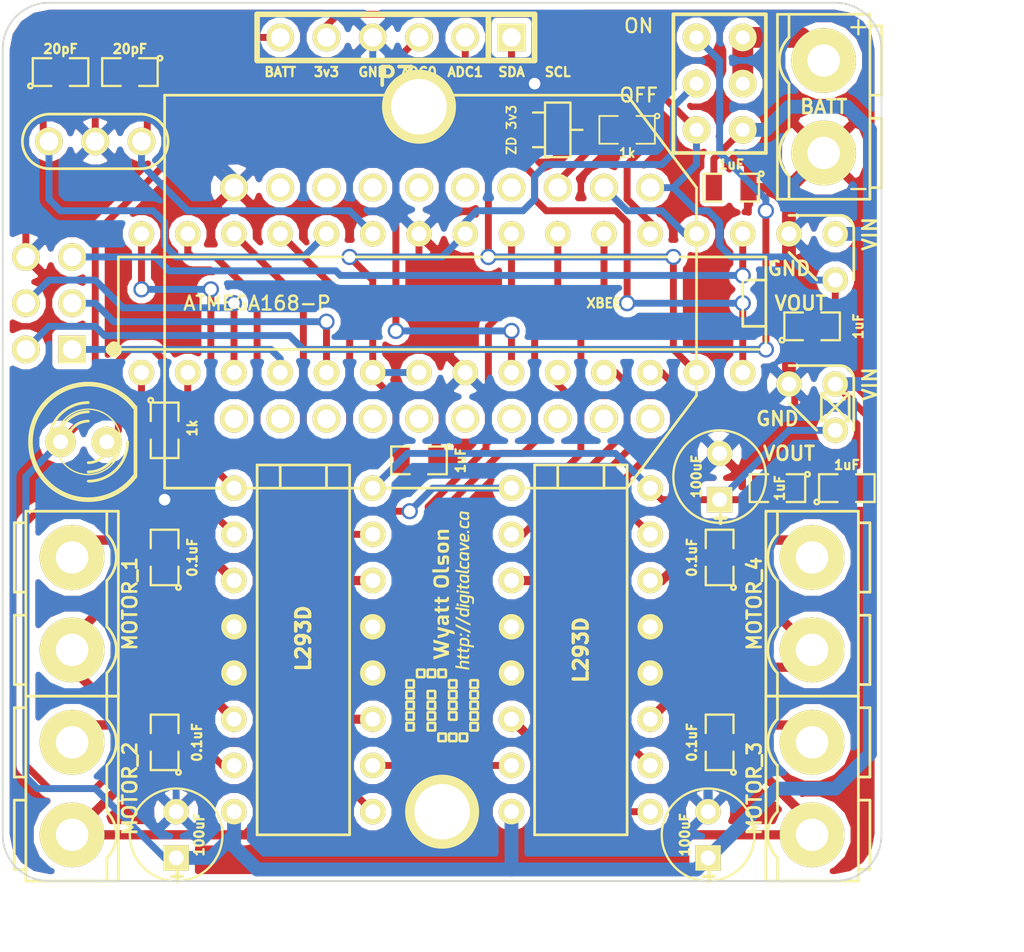
<source format=kicad_pcb>
(kicad_pcb (version 3) (host pcbnew "(2013-dec-23)-stable")
  (layers (15 F.Cu signal) (0 B.Cu signal) (18 B.Paste user) (19 F.Paste user) (20 B.SilkS user) (21 F.SilkS user) (22 B.Mask user) (23 F.Mask user) (28 Edge.Cuts user))
  (net 0 "")
  (net 1 +3.3V)
  (net 2 +5V)
  (net 3 +BATT)
  (net 4 /ADC0)
  (net 5 /AVR_VCC)
  (net 6 /BATTERY)
  (net 7 /MISO)
  (net 8 /MOSI)
  (net 9 /MOTOR1_1A)
  (net 10 /MOTOR1_1Y)
  (net 11 /MOTOR1_2A)
  (net 12 /MOTOR1_2Y)
  (net 13 /MOTOR1_ENABLE)
  (net 14 /MOTOR2_3A)
  (net 15 /MOTOR2_3Y)
  (net 16 /MOTOR2_4A)
  (net 17 /MOTOR2_4Y)
  (net 18 /MOTOR2_ENABLE)
  (net 19 /MOTOR3_1A)
  (net 20 /MOTOR3_1Y)
  (net 21 /MOTOR3_2A)
  (net 22 /MOTOR3_2Y)
  (net 23 /MOTOR3_ENABLE)
  (net 24 /MOTOR4_3A)
  (net 25 /MOTOR4_3Y)
  (net 26 /MOTOR4_4A)
  (net 27 /MOTOR4_4Y)
  (net 28 /MOTOR4_ENABLE)
  (net 29 /PROG_VCC)
  (net 30 /RESET)
  (net 31 /RX)
  (net 32 /SCK)
  (net 33 /SCL)
  (net 34 /SDA)
  (net 35 /TX)
  (net 36 /XTAL1)
  (net 37 /XTAL2)
  (net 38 GND)
  (net 39 N-0000018)
  (net 40 N-0000031)
  (module TO92_SMALL (layer F.Cu) (at 76.2 57.785 270)
    (fp_text reference VR1 hide)
    (fp_text value MCP1702 hide)
    (fp_text user VOUT (at 2.54 1.27 360) (layer F.SilkS) (effects (font (size 0.762 0.762))))
    (fp_text user VIN (at -1.27 -3.175 270) (layer F.SilkS) (effects (font (size 0.762 0.762))))
    (fp_text user GND (at 0.635 1.905 360) (layer F.SilkS) (effects (font (size 0.762 0.762))))
    (pad 1 thru_hole circle (at -1.27 1.27 270) (size 1.397 1.397) (drill 0.8128) (layers *.Cu *.Mask F.SilkS) (net 38 GND))
    (pad 2 thru_hole circle (at -1.27 -1.27 270) (size 1.397 1.397) (drill 0.8128) (layers *.Cu *.Mask F.SilkS) (net 3 +BATT))
    (pad 3 thru_hole circle (at 1.27 -1.27 270) (size 1.397 1.397) (drill 0.8128) (layers *.Cu *.Mask F.SilkS) (net 2 +5V))
  )
  (module 1pin (layer F.Cu) (at 55.88 80.01)
    (fp_text reference 1PIN hide)
    (fp_text value P*** hide)
    (pad 1 thru_hole circle (at 0 0) (size 4.064 4.064) (drill 3.048) (layers *.Cu *.Mask F.SilkS) (net 38 GND))
  )
  (module 1pin (layer F.Cu) (at 54.61 41.275)
    (fp_text reference 1PIN hide)
    (fp_text value P*** hide)
    (pad 1 thru_hole circle (at 0 0) (size 4.064 4.064) (drill 3.048) (layers *.Cu *.Mask F.SilkS) (net 38 GND))
  )
  (module DIP-16__300 (layer F.Cu) (at 63.5 71.12 270)
    (fp_text reference U2 hide)
    (fp_text value L293D (at 0 0 270) (layer F.SilkS) (effects (font (size 0.762 0.762) (thickness 0.1905))))
    (pad 1 thru_hole circle (at -8.89 3.81 270) (size 1.397 1.397) (drill 0.8128) (layers *.Cu *.Mask F.SilkS) (net 23 /MOTOR3_ENABLE))
    (pad 2 thru_hole circle (at -6.35 3.81 270) (size 1.397 1.397) (drill 0.8128) (layers *.Cu *.Mask F.SilkS) (net 19 /MOTOR3_1A))
    (pad 3 thru_hole circle (at -3.81 3.81 270) (size 1.397 1.397) (drill 0.8128) (layers *.Cu *.Mask F.SilkS) (net 20 /MOTOR3_1Y))
    (pad 4 thru_hole circle (at -1.27 3.81 270) (size 1.397 1.397) (drill 0.8128) (layers *.Cu *.Mask F.SilkS) (net 38 GND))
    (pad 5 thru_hole circle (at 1.27 3.81 270) (size 1.397 1.397) (drill 0.8128) (layers *.Cu *.Mask F.SilkS) (net 38 GND))
    (pad 6 thru_hole circle (at 3.81 3.81 270) (size 1.397 1.397) (drill 0.8128) (layers *.Cu *.Mask F.SilkS) (net 22 /MOTOR3_2Y))
    (pad 7 thru_hole circle (at 6.35 3.81 270) (size 1.397 1.397) (drill 0.8128) (layers *.Cu *.Mask F.SilkS) (net 21 /MOTOR3_2A))
    (pad 8 thru_hole circle (at 8.89 3.81 270) (size 1.397 1.397) (drill 0.8128) (layers *.Cu *.Mask F.SilkS) (net 3 +BATT))
    (pad 9 thru_hole circle (at 8.89 -3.81 270) (size 1.397 1.397) (drill 0.8128) (layers *.Cu *.Mask F.SilkS) (net 28 /MOTOR4_ENABLE))
    (pad 10 thru_hole circle (at 6.35 -3.81 270) (size 1.397 1.397) (drill 0.8128) (layers *.Cu *.Mask F.SilkS) (net 24 /MOTOR4_3A))
    (pad 11 thru_hole circle (at 3.81 -3.81 270) (size 1.397 1.397) (drill 0.8128) (layers *.Cu *.Mask F.SilkS) (net 25 /MOTOR4_3Y))
    (pad 12 thru_hole circle (at 1.27 -3.81 270) (size 1.397 1.397) (drill 0.8128) (layers *.Cu *.Mask F.SilkS) (net 38 GND))
    (pad 13 thru_hole circle (at -1.27 -3.81 270) (size 1.397 1.397) (drill 0.8128) (layers *.Cu *.Mask F.SilkS) (net 38 GND))
    (pad 14 thru_hole circle (at -3.81 -3.81 270) (size 1.397 1.397) (drill 0.8128) (layers *.Cu *.Mask F.SilkS) (net 27 /MOTOR4_4Y))
    (pad 15 thru_hole circle (at -6.35 -3.81 270) (size 1.397 1.397) (drill 0.8128) (layers *.Cu *.Mask F.SilkS) (net 26 /MOTOR4_4A))
    (pad 16 thru_hole circle (at -8.89 -3.81 270) (size 1.397 1.397) (drill 0.8128) (layers *.Cu *.Mask F.SilkS) (net 2 +5V))
  )
  (module DIP-16__300 (layer F.Cu) (at 48.26 71.12 270)
    (fp_text reference U1 hide)
    (fp_text value L293D (at -0.635 0 270) (layer F.SilkS) (effects (font (size 0.762 0.762) (thickness 0.1905))))
    (pad 1 thru_hole circle (at -8.89 3.81 270) (size 1.397 1.397) (drill 0.8128) (layers *.Cu *.Mask F.SilkS) (net 13 /MOTOR1_ENABLE))
    (pad 2 thru_hole circle (at -6.35 3.81 270) (size 1.397 1.397) (drill 0.8128) (layers *.Cu *.Mask F.SilkS) (net 9 /MOTOR1_1A))
    (pad 3 thru_hole circle (at -3.81 3.81 270) (size 1.397 1.397) (drill 0.8128) (layers *.Cu *.Mask F.SilkS) (net 10 /MOTOR1_1Y))
    (pad 4 thru_hole circle (at -1.27 3.81 270) (size 1.397 1.397) (drill 0.8128) (layers *.Cu *.Mask F.SilkS) (net 38 GND))
    (pad 5 thru_hole circle (at 1.27 3.81 270) (size 1.397 1.397) (drill 0.8128) (layers *.Cu *.Mask F.SilkS) (net 38 GND))
    (pad 6 thru_hole circle (at 3.81 3.81 270) (size 1.397 1.397) (drill 0.8128) (layers *.Cu *.Mask F.SilkS) (net 12 /MOTOR1_2Y))
    (pad 7 thru_hole circle (at 6.35 3.81 270) (size 1.397 1.397) (drill 0.8128) (layers *.Cu *.Mask F.SilkS) (net 11 /MOTOR1_2A))
    (pad 8 thru_hole circle (at 8.89 3.81 270) (size 1.397 1.397) (drill 0.8128) (layers *.Cu *.Mask F.SilkS) (net 3 +BATT))
    (pad 9 thru_hole circle (at 8.89 -3.81 270) (size 1.397 1.397) (drill 0.8128) (layers *.Cu *.Mask F.SilkS) (net 18 /MOTOR2_ENABLE))
    (pad 10 thru_hole circle (at 6.35 -3.81 270) (size 1.397 1.397) (drill 0.8128) (layers *.Cu *.Mask F.SilkS) (net 14 /MOTOR2_3A))
    (pad 11 thru_hole circle (at 3.81 -3.81 270) (size 1.397 1.397) (drill 0.8128) (layers *.Cu *.Mask F.SilkS) (net 15 /MOTOR2_3Y))
    (pad 12 thru_hole circle (at 1.27 -3.81 270) (size 1.397 1.397) (drill 0.8128) (layers *.Cu *.Mask F.SilkS) (net 38 GND))
    (pad 13 thru_hole circle (at -1.27 -3.81 270) (size 1.397 1.397) (drill 0.8128) (layers *.Cu *.Mask F.SilkS) (net 38 GND))
    (pad 14 thru_hole circle (at -3.81 -3.81 270) (size 1.397 1.397) (drill 0.8128) (layers *.Cu *.Mask F.SilkS) (net 17 /MOTOR2_4Y))
    (pad 15 thru_hole circle (at -6.35 -3.81 270) (size 1.397 1.397) (drill 0.8128) (layers *.Cu *.Mask F.SilkS) (net 16 /MOTOR2_4A))
    (pad 16 thru_hole circle (at -8.89 -3.81 270) (size 1.397 1.397) (drill 0.8128) (layers *.Cu *.Mask F.SilkS) (net 2 +5V))
  )
  (module DIP-28__300 (layer F.Cu) (at 55.88 52.07 180)
    (fp_text reference IC1 hide)
    (fp_text value ATMEGA168-P (at 10.16 0 180) (layer F.SilkS) (effects (font (size 0.762 0.762) (thickness 0.127))))
    (pad 2 thru_hole circle (at -13.97 3.81 180) (size 1.397 1.397) (drill 0.8128) (layers *.Cu *.Mask F.SilkS) (net 31 /RX))
    (pad 3 thru_hole circle (at -11.43 3.81 180) (size 1.397 1.397) (drill 0.8128) (layers *.Cu *.Mask F.SilkS) (net 35 /TX))
    (pad 4 thru_hole circle (at -8.89 3.81 180) (size 1.397 1.397) (drill 0.8128) (layers *.Cu *.Mask F.SilkS) (net 19 /MOTOR3_1A))
    (pad 5 thru_hole circle (at -6.35 3.81 180) (size 1.397 1.397) (drill 0.8128) (layers *.Cu *.Mask F.SilkS) (net 21 /MOTOR3_2A))
    (pad 6 thru_hole circle (at -3.81 3.81 180) (size 1.397 1.397) (drill 0.8128) (layers *.Cu *.Mask F.SilkS) (net 14 /MOTOR2_3A))
    (pad 7 thru_hole circle (at -1.27 3.81 180) (size 1.397 1.397) (drill 0.8128) (layers *.Cu *.Mask F.SilkS) (net 5 /AVR_VCC))
    (pad 8 thru_hole circle (at 1.27 3.81 180) (size 1.397 1.397) (drill 0.8128) (layers *.Cu *.Mask F.SilkS) (net 38 GND))
    (pad 9 thru_hole circle (at 3.81 3.81 180) (size 1.397 1.397) (drill 0.8128) (layers *.Cu *.Mask F.SilkS) (net 36 /XTAL1))
    (pad 10 thru_hole circle (at 6.35 3.81 180) (size 1.397 1.397) (drill 0.8128) (layers *.Cu *.Mask F.SilkS) (net 37 /XTAL2))
    (pad 11 thru_hole circle (at 8.89 3.81 180) (size 1.397 1.397) (drill 0.8128) (layers *.Cu *.Mask F.SilkS) (net 23 /MOTOR3_ENABLE))
    (pad 12 thru_hole circle (at 11.43 3.81 180) (size 1.397 1.397) (drill 0.8128) (layers *.Cu *.Mask F.SilkS) (net 16 /MOTOR2_4A))
    (pad 13 thru_hole circle (at 13.97 3.81 180) (size 1.397 1.397) (drill 0.8128) (layers *.Cu *.Mask F.SilkS) (net 18 /MOTOR2_ENABLE))
    (pad 14 thru_hole circle (at 16.51 3.81 180) (size 1.397 1.397) (drill 0.8128) (layers *.Cu *.Mask F.SilkS) (net 13 /MOTOR1_ENABLE))
    (pad 1 thru_hole circle (at -16.51 3.81 180) (size 1.397 1.397) (drill 0.8128) (layers *.Cu *.Mask F.SilkS) (net 30 /RESET))
    (pad 15 thru_hole circle (at 16.51 -3.81 180) (size 1.397 1.397) (drill 0.8128) (layers *.Cu *.Mask F.SilkS) (net 11 /MOTOR1_2A))
    (pad 16 thru_hole circle (at 13.97 -3.81 180) (size 1.397 1.397) (drill 0.8128) (layers *.Cu *.Mask F.SilkS) (net 9 /MOTOR1_1A))
    (pad 17 thru_hole circle (at 11.43 -3.81 180) (size 1.397 1.397) (drill 0.8128) (layers *.Cu *.Mask F.SilkS) (net 8 /MOSI))
    (pad 18 thru_hole circle (at 8.89 -3.81 180) (size 1.397 1.397) (drill 0.8128) (layers *.Cu *.Mask F.SilkS) (net 7 /MISO))
    (pad 19 thru_hole circle (at 6.35 -3.81 180) (size 1.397 1.397) (drill 0.8128) (layers *.Cu *.Mask F.SilkS) (net 32 /SCK))
    (pad 20 thru_hole circle (at 3.81 -3.81 180) (size 1.397 1.397) (drill 0.8128) (layers *.Cu *.Mask F.SilkS) (net 5 /AVR_VCC))
    (pad 21 thru_hole circle (at 1.27 -3.81 180) (size 1.397 1.397) (drill 0.8128) (layers *.Cu *.Mask F.SilkS) (net 5 /AVR_VCC))
    (pad 22 thru_hole circle (at -1.27 -3.81 180) (size 1.397 1.397) (drill 0.8128) (layers *.Cu *.Mask F.SilkS) (net 38 GND))
    (pad 23 thru_hole circle (at -3.81 -3.81 180) (size 1.397 1.397) (drill 0.8128) (layers *.Cu *.Mask F.SilkS) (net 4 /ADC0))
    (pad 24 thru_hole circle (at -6.35 -3.81 180) (size 1.397 1.397) (drill 0.8128) (layers *.Cu *.Mask F.SilkS) (net 28 /MOTOR4_ENABLE))
    (pad 25 thru_hole circle (at -8.89 -3.81 180) (size 1.397 1.397) (drill 0.8128) (layers *.Cu *.Mask F.SilkS) (net 24 /MOTOR4_3A))
    (pad 26 thru_hole circle (at -11.43 -3.81 180) (size 1.397 1.397) (drill 0.8128) (layers *.Cu *.Mask F.SilkS) (net 26 /MOTOR4_4A))
    (pad 27 thru_hole circle (at -13.97 -3.81 180) (size 1.397 1.397) (drill 0.8128) (layers *.Cu *.Mask F.SilkS) (net 34 /SDA))
    (pad 28 thru_hole circle (at -16.51 -3.81 180) (size 1.397 1.397) (drill 0.8128) (layers *.Cu *.Mask F.SilkS) (net 33 /SCL))
  )
  (module SM0805 (layer F.Cu) (at 71.755 45.72 180)
    (fp_text reference C1 hide)
    (fp_text value 1uF (at 0 1.27 180) (layer F.SilkS) (effects (font (size 0.508 0.508) (thickness 0.127))))
    (pad 1 smd rect (at -0.9525 0 180) (size 0.889 1.397) (layers F.Cu F.Paste F.Mask) (net 38 GND))
    (pad 2 smd rect (at 0.9525 0 180) (size 0.889 1.397) (layers F.Cu F.Paste F.Mask) (net 3 +BATT))
  )
  (module SM0805 (layer F.Cu) (at 74.295 62.23 180)
    (fp_text reference C2 hide)
    (fp_text value 1uF (at -0.127 0 270) (layer F.SilkS) (effects (font (size 0.508 0.508) (thickness 0.127))))
    (pad 1 smd rect (at -0.9525 0 180) (size 0.889 1.397) (layers F.Cu F.Paste F.Mask) (net 38 GND))
    (pad 2 smd rect (at 0.9525 0 180) (size 0.889 1.397) (layers F.Cu F.Paste F.Mask) (net 2 +5V))
  )
  (module SM0805 (layer F.Cu) (at 76.2 53.34)
    (fp_text reference C4 hide)
    (fp_text value 1uF (at 2.54 0 90) (layer F.SilkS) (effects (font (size 0.508 0.508) (thickness 0.127))))
    (pad 1 smd rect (at -0.9525 0) (size 0.889 1.397) (layers F.Cu F.Paste F.Mask) (net 38 GND))
    (pad 2 smd rect (at 0.9525 0) (size 0.889 1.397) (layers F.Cu F.Paste F.Mask) (net 1 +3.3V))
  )
  (module SM0805 (layer F.Cu) (at 78.105 62.23)
    (fp_text reference C3 hide)
    (fp_text value 1uF (at 0 -1.27) (layer F.SilkS) (effects (font (size 0.508 0.508) (thickness 0.127))))
    (pad 1 smd rect (at -0.9525 0) (size 0.889 1.397) (layers F.Cu F.Paste F.Mask) (net 38 GND))
    (pad 2 smd rect (at 0.9525 0) (size 0.889 1.397) (layers F.Cu F.Paste F.Mask) (net 3 +BATT))
  )
  (module SCREW_TERMINAL_2 (layer F.Cu) (at 76.835 41.275 90)
    (fp_text reference P1 hide)
    (fp_text value BATT (at 0 0 180) (layer F.SilkS) (effects (font (size 0.762 0.762))))
    (pad 1 thru_hole circle (at -2.54 0 90) (size 3.556 3.556) (drill 1.778) (layers *.Cu *.Mask F.SilkS) (net 38 GND))
    (pad 2 thru_hole circle (at 2.54 0 90) (size 3.556 3.556) (drill 1.778) (layers *.Cu *.Mask F.SilkS) (net 6 /BATTERY))
  )
  (module SCREW_TERMINAL_2 (layer F.Cu) (at 35.56 68.58 270)
    (fp_text reference P3 hide)
    (fp_text value MOTOR_1 (at 0 -3.175 270) (layer F.SilkS) (effects (font (size 0.762 0.762))))
    (pad 1 thru_hole circle (at -2.54 0 270) (size 3.556 3.556) (drill 1.778) (layers *.Cu *.Mask F.SilkS) (net 10 /MOTOR1_1Y))
    (pad 2 thru_hole circle (at 2.54 0 270) (size 3.556 3.556) (drill 1.778) (layers *.Cu *.Mask F.SilkS) (net 12 /MOTOR1_2Y))
  )
  (module SCREW_TERMINAL_2 (layer F.Cu) (at 35.56 78.74 270)
    (fp_text reference P4 hide)
    (fp_text value MOTOR_2 (at 0 -3.175 270) (layer F.SilkS) (effects (font (size 0.762 0.762))))
    (pad 1 thru_hole circle (at -2.54 0 270) (size 3.556 3.556) (drill 1.778) (layers *.Cu *.Mask F.SilkS) (net 17 /MOTOR2_4Y))
    (pad 2 thru_hole circle (at 2.54 0 270) (size 3.556 3.556) (drill 1.778) (layers *.Cu *.Mask F.SilkS) (net 15 /MOTOR2_3Y))
  )
  (module SCREW_TERMINAL_2 (layer F.Cu) (at 76.2 78.74 90)
    (fp_text reference P5 hide)
    (fp_text value MOTOR_3 (at 0 -3.175 90) (layer F.SilkS) (effects (font (size 0.762 0.762))))
    (pad 1 thru_hole circle (at -2.54 0 90) (size 3.556 3.556) (drill 1.778) (layers *.Cu *.Mask F.SilkS) (net 22 /MOTOR3_2Y))
    (pad 2 thru_hole circle (at 2.54 0 90) (size 3.556 3.556) (drill 1.778) (layers *.Cu *.Mask F.SilkS) (net 20 /MOTOR3_1Y))
  )
  (module SCREW_TERMINAL_2 (layer F.Cu) (at 76.2 68.58 90)
    (fp_text reference P6 hide)
    (fp_text value MOTOR_4 (at 0 -3.175 90) (layer F.SilkS) (effects (font (size 0.762 0.762))))
    (pad 1 thru_hole circle (at -2.54 0 90) (size 3.556 3.556) (drill 1.778) (layers *.Cu *.Mask F.SilkS) (net 25 /MOTOR4_3Y))
    (pad 2 thru_hole circle (at 2.54 0 90) (size 3.556 3.556) (drill 1.778) (layers *.Cu *.Mask F.SilkS) (net 27 /MOTOR4_4Y))
  )
  (module DPDT (layer F.Cu) (at 71.12 40.005 270)
    (fp_text reference S1 hide)
    (fp_text value DPDT hide)
    (pad 4 thru_hole circle (at -2.54 1.27 270) (size 1.524 1.524) (drill 0.762) (layers *.Cu *.Mask F.SilkS) (net 29 /PROG_VCC))
    (pad 1 thru_hole circle (at -2.54 -1.27 270) (size 1.524 1.524) (drill 0.762) (layers *.Cu *.Mask F.SilkS) (net 6 /BATTERY))
    (pad 5 thru_hole circle (at 0 1.27 270) (size 1.524 1.524) (drill 0.762) (layers *.Cu *.Mask F.SilkS) (net 5 /AVR_VCC))
    (pad 2 thru_hole circle (at 0 -1.27 270) (size 1.524 1.524) (drill 0.762) (layers *.Cu *.Mask F.SilkS) (net 6 /BATTERY))
    (pad 6 thru_hole circle (at 2.54 1.27 270) (size 1.524 1.524) (drill 0.762) (layers *.Cu *.Mask F.SilkS) (net 1 +3.3V))
    (pad 3 thru_hole circle (at 2.54 -1.27 270) (size 1.524 1.524) (drill 0.762) (layers *.Cu *.Mask F.SilkS) (net 3 +BATT))
  )
  (module ISP (layer F.Cu) (at 34.29 52.07 90)
    (fp_text reference P2 hide)
    (fp_text value ISP hide)
    (fp_text user . (at -2.54 2.54 90) (layer F.SilkS) (effects (font (size 2.54 2.54) (thickness 0.635))))
    (pad 1 thru_hole rect (at -2.54 1.27 90) (size 1.524 1.524) (drill 1.016) (layers *.Cu *.Mask F.SilkS) (net 7 /MISO))
    (pad 2 thru_hole circle (at -2.54 -1.27 90) (size 1.524 1.524) (drill 1.016) (layers *.Cu *.Mask F.SilkS) (net 29 /PROG_VCC))
    (pad 3 thru_hole circle (at 0 1.27 90) (size 1.524 1.524) (drill 1.016) (layers *.Cu *.Mask F.SilkS) (net 32 /SCK))
    (pad 4 thru_hole circle (at 0 -1.27 90) (size 1.524 1.524) (drill 1.016) (layers *.Cu *.Mask F.SilkS) (net 8 /MOSI))
    (pad 5 thru_hole circle (at 2.54 1.27 90) (size 1.524 1.524) (drill 1.016) (layers *.Cu *.Mask F.SilkS) (net 30 /RESET))
    (pad 6 thru_hole circle (at 2.54 -1.27 90) (size 1.524 1.524) (drill 1.016) (layers *.Cu *.Mask F.SilkS) (net 38 GND))
  )
  (module CRYSTAL_RESONATOR (layer F.Cu) (at 36.83 43.18 180)
    (fp_text reference X1 hide)
    (fp_text value CRYSTAL_RESONATOR hide)
    (pad 1 thru_hole circle (at -2.54 0 180) (size 1.524 1.524) (drill 1.016) (layers *.Cu *.Mask F.SilkS) (net 36 /XTAL1))
    (pad 2 thru_hole circle (at 2.54 0 180) (size 1.524 1.524) (drill 1.016) (layers *.Cu *.Mask F.SilkS) (net 37 /XTAL2))
    (pad 3 thru_hole circle (at 0 0 180) (size 1.524 1.524) (drill 1.016) (layers *.Cu *.Mask F.SilkS) (net 38 GND))
  )
  (module SM0805 (layer F.Cu) (at 34.925 39.37)
    (fp_text reference C6 hide)
    (fp_text value 20pF (at 0 -1.27) (layer F.SilkS) (effects (font (size 0.508 0.508) (thickness 0.127))))
    (pad 1 smd rect (at -0.9525 0) (size 0.889 1.397) (layers F.Cu F.Paste F.Mask) (net 37 /XTAL2))
    (pad 2 smd rect (at 0.9525 0) (size 0.889 1.397) (layers F.Cu F.Paste F.Mask) (net 38 GND))
  )
  (module SM0805 (layer F.Cu) (at 38.735 39.37 180)
    (fp_text reference C5 hide)
    (fp_text value 20pF (at 0 1.27 180) (layer F.SilkS) (effects (font (size 0.508 0.508) (thickness 0.127))))
    (pad 1 smd rect (at -0.9525 0 180) (size 0.889 1.397) (layers F.Cu F.Paste F.Mask) (net 36 /XTAL1))
    (pad 2 smd rect (at 0.9525 0 180) (size 0.889 1.397) (layers F.Cu F.Paste F.Mask) (net 38 GND))
  )
  (module DIGITALCAVE_LOGO_WIDE_SMALL (layer F.Cu) (at 55.88 69.85 90)
    (fp_text reference VAL hide)
    (fp_text value DIGITALCAVE_LOGO_WIDE_SMALL hide)
  )
  (module XBEE_SPARKFUN_BREAKOUT (layer F.Cu) (at 55.88 52.07 270)
    (fp_text reference X2 hide)
    (fp_text value XBEE (at 0 -8.89 360) (layer F.SilkS) (effects (font (size 0.508 0.508) (thickness 0.127))))
    (pad 1 thru_hole circle (at -6.35 -11.43 270) (size 1.524 1.524) (drill 1.016) (layers *.Cu *.Mask F.SilkS) (net 1 +3.3V))
    (pad 2 thru_hole circle (at -6.35 -8.89 270) (size 1.524 1.524) (drill 1.016) (layers *.Cu *.Mask F.SilkS) (net 31 /RX))
    (pad 3 thru_hole circle (at -6.35 -6.35 270) (size 1.524 1.524) (drill 1.016) (layers *.Cu *.Mask F.SilkS) (net 39 N-0000018))
    (pad 4 thru_hole circle (at -6.35 -3.81 270) (size 1.524 1.524) (drill 1.016) (layers *.Cu *.Mask F.SilkS))
    (pad 5 thru_hole circle (at -6.35 -1.27 270) (size 1.524 1.524) (drill 1.016) (layers *.Cu *.Mask F.SilkS))
    (pad 6 thru_hole circle (at -6.35 1.27 270) (size 1.524 1.524) (drill 1.016) (layers *.Cu *.Mask F.SilkS))
    (pad 7 thru_hole circle (at -6.35 3.81 270) (size 1.524 1.524) (drill 1.016) (layers *.Cu *.Mask F.SilkS))
    (pad 8 thru_hole circle (at -6.35 6.35 270) (size 1.524 1.524) (drill 1.016) (layers *.Cu *.Mask F.SilkS))
    (pad 9 thru_hole circle (at -6.35 8.89 270) (size 1.524 1.524) (drill 1.016) (layers *.Cu *.Mask F.SilkS))
    (pad 10 thru_hole circle (at -6.35 11.43 270) (size 1.524 1.524) (drill 1.016) (layers *.Cu *.Mask F.SilkS) (net 38 GND))
    (pad 11 thru_hole circle (at 6.35 11.43 270) (size 1.524 1.524) (drill 1.016) (layers *.Cu *.Mask F.SilkS))
    (pad 12 thru_hole circle (at 6.35 8.89 270) (size 1.524 1.524) (drill 1.016) (layers *.Cu *.Mask F.SilkS))
    (pad 13 thru_hole circle (at 6.35 6.35 270) (size 1.524 1.524) (drill 1.016) (layers *.Cu *.Mask F.SilkS))
    (pad 14 thru_hole circle (at 6.35 3.81 270) (size 1.524 1.524) (drill 1.016) (layers *.Cu *.Mask F.SilkS))
    (pad 15 thru_hole circle (at 6.35 1.27 270) (size 1.524 1.524) (drill 1.016) (layers *.Cu *.Mask F.SilkS))
    (pad 16 thru_hole circle (at 6.35 -1.27 270) (size 1.524 1.524) (drill 1.016) (layers *.Cu *.Mask F.SilkS))
    (pad 17 thru_hole circle (at 6.35 -3.81 270) (size 1.524 1.524) (drill 1.016) (layers *.Cu *.Mask F.SilkS))
    (pad 18 thru_hole circle (at 6.35 -6.35 270) (size 1.524 1.524) (drill 1.016) (layers *.Cu *.Mask F.SilkS))
    (pad 19 thru_hole circle (at 6.35 -8.89 270) (size 1.524 1.524) (drill 1.016) (layers *.Cu *.Mask F.SilkS))
    (pad 20 thru_hole circle (at 6.35 -11.43 270) (size 1.524 1.524) (drill 1.016) (layers *.Cu *.Mask F.SilkS))
  )
  (module sot23 (layer F.Cu) (at 62.23 42.545 270)
    (fp_text reference D1 hide)
    (fp_text value "ZD 3v3" (at 0 2.54 270) (layer F.SilkS) (effects (font (size 0.508 0.508) (thickness 0.09906))))
    (pad 1 smd rect (at -0.9525 1.05664 270) (size 0.59944 1.00076) (layers F.Cu F.Paste F.Mask) (net 38 GND))
    (pad 2 smd rect (at 0 -1.05664 270) (size 0.59944 1.00076) (layers F.Cu F.Paste F.Mask) (net 39 N-0000018))
    (pad 3 smd rect (at 0.9525 1.05664 270) (size 0.59944 1.00076) (layers F.Cu F.Paste F.Mask))
  )
  (module SM0805 (layer F.Cu) (at 66.04 42.545 180)
    (fp_text reference R1 hide)
    (fp_text value 1k (at 0 -1.27 180) (layer F.SilkS) (effects (font (size 0.508 0.508) (thickness 0.10922))))
    (pad 1 smd rect (at -0.9525 0 180) (size 0.889 1.397) (layers F.Cu F.Paste F.Mask) (net 35 /TX))
    (pad 2 smd rect (at 0.9525 0 180) (size 0.889 1.397) (layers F.Cu F.Paste F.Mask) (net 39 N-0000018))
  )
  (module TO92_SMALL (layer F.Cu) (at 76.2 49.53 270)
    (fp_text reference VR2 hide)
    (fp_text value MCP1702 hide)
    (fp_text user VOUT (at 2.54 0.635 360) (layer F.SilkS) (effects (font (size 0.762 0.762))))
    (fp_text user VIN (at -1.27 -3.175 270) (layer F.SilkS) (effects (font (size 0.762 0.762))))
    (fp_text user GND (at 0.635 1.27 360) (layer F.SilkS) (effects (font (size 0.762 0.762))))
    (pad 1 thru_hole circle (at -1.27 1.27 270) (size 1.397 1.397) (drill 0.8128) (layers *.Cu *.Mask F.SilkS) (net 38 GND))
    (pad 2 thru_hole circle (at -1.27 -1.27 270) (size 1.397 1.397) (drill 0.8128) (layers *.Cu *.Mask F.SilkS) (net 3 +BATT))
    (pad 3 thru_hole circle (at 1.27 -1.27 270) (size 1.397 1.397) (drill 0.8128) (layers *.Cu *.Mask F.SilkS) (net 1 +3.3V))
  )
  (module SM0805 (layer F.Cu) (at 40.64 59.055 270)
    (fp_text reference R2 hide)
    (fp_text value 1k (at -0.127 -1.524 270) (layer F.SilkS) (effects (font (size 0.508 0.508) (thickness 0.127))))
    (pad 1 smd rect (at -0.9525 0 270) (size 0.889 1.397) (layers F.Cu F.Paste F.Mask) (net 40 N-0000031))
    (pad 2 smd rect (at 0.9525 0 270) (size 0.889 1.397) (layers F.Cu F.Paste F.Mask) (net 38 GND))
  )
  (module LED-5MM (layer F.Cu) (at 36.195 59.69)
    (fp_text reference D2 hide)
    (fp_text value LED hide)
    (pad 1 thru_hole circle (at -1.27 0) (size 1.6764 1.6764) (drill 0.8128) (layers *.Cu F.Paste F.SilkS F.Mask) (net 3 +BATT))
    (pad 2 thru_hole circle (at 1.27 0) (size 1.6764 1.6764) (drill 0.8128) (layers *.Cu F.Paste F.SilkS F.Mask) (net 40 N-0000031))
  )
  (module PIN_ARRAY-6X1 (layer F.Cu) (at 53.34 37.465 180)
    (fp_text reference P7 (at 0 -2.159 180) (layer F.SilkS) (effects (font (size 1.016 1.016) (thickness 0.2032))))
    (fp_text value CONN_6 hide)
    (pad 1 thru_hole rect (at -6.35 0 180) (size 1.524 1.524) (drill 1.016) (layers *.Cu *.Mask F.SilkS) (net 33 /SCL))
    (pad 2 thru_hole circle (at -3.81 0 180) (size 1.524 1.524) (drill 1.016) (layers *.Cu *.Mask F.SilkS) (net 34 /SDA))
    (pad 3 thru_hole circle (at -1.27 0 180) (size 1.524 1.524) (drill 1.016) (layers *.Cu *.Mask F.SilkS) (net 4 /ADC0))
    (pad 4 thru_hole circle (at 1.27 0 180) (size 1.524 1.524) (drill 1.016) (layers *.Cu *.Mask F.SilkS) (net 38 GND))
    (pad 5 thru_hole circle (at 3.81 0 180) (size 1.524 1.524) (drill 1.016) (layers *.Cu *.Mask F.SilkS) (net 1 +3.3V))
    (pad 6 thru_hole circle (at 6.35 0 180) (size 1.524 1.524) (drill 1.016) (layers *.Cu *.Mask F.SilkS) (net 3 +BATT))
  )
  (module SM0805 (layer F.Cu) (at 54.61 60.706 180)
    (fp_text reference C17 hide)
    (fp_text value 1uF (at -2.286 0 270) (layer F.SilkS) (effects (font (size 0.508 0.508) (thickness 0.127))))
    (pad 1 smd rect (at -0.9525 0 180) (size 0.889 1.397) (layers F.Cu F.Paste F.Mask) (net 38 GND))
    (pad 2 smd rect (at 0.9525 0 180) (size 0.889 1.397) (layers F.Cu F.Paste F.Mask) (net 5 /AVR_VCC))
  )
  (module C1V5 (layer F.Cu) (at 70.485 81.28 90)
    (fp_text reference C15 hide)
    (fp_text value 100uF (at 0 -1.27 90) (layer F.SilkS) (effects (font (size 0.508 0.508) (thickness 0.127))))
    (fp_text user + (at -2.286 0 90) (layer F.SilkS) (effects (font (size 0.762 0.762) (thickness 0.2032))))
    (pad 1 thru_hole rect (at -1.27 0 90) (size 1.397 1.397) (drill 0.8128) (layers *.Cu *.Mask F.SilkS) (net 3 +BATT))
    (pad 2 thru_hole circle (at 1.27 0 90) (size 1.397 1.397) (drill 0.8128) (layers *.Cu *.Mask F.SilkS) (net 38 GND))
  )
  (module C1V5 (layer F.Cu) (at 71.12 61.595 90)
    (fp_text reference C16 hide)
    (fp_text value 100uF (at 0 -1.27 90) (layer F.SilkS) (effects (font (size 0.508 0.508) (thickness 0.127))))
    (fp_text user + (at -2.286 0 90) (layer F.SilkS) (effects (font (size 0.762 0.762) (thickness 0.2032))))
    (pad 1 thru_hole rect (at -1.27 0 90) (size 1.397 1.397) (drill 0.8128) (layers *.Cu *.Mask F.SilkS) (net 2 +5V))
    (pad 2 thru_hole circle (at 1.27 0 90) (size 1.397 1.397) (drill 0.8128) (layers *.Cu *.Mask F.SilkS) (net 38 GND))
  )
  (module SM0805 (layer F.Cu) (at 40.64 76.2 90)
    (fp_text reference C8 hide)
    (fp_text value 0.1uF (at 0 1.778 90) (layer F.SilkS) (effects (font (size 0.508 0.508) (thickness 0.127))))
    (pad 1 smd rect (at -0.9525 0 90) (size 0.889 1.397) (layers F.Cu F.Paste F.Mask) (net 15 /MOTOR2_3Y))
    (pad 2 smd rect (at 0.9525 0 90) (size 0.889 1.397) (layers F.Cu F.Paste F.Mask) (net 17 /MOTOR2_4Y))
  )
  (module SM0805 (layer F.Cu) (at 40.64 66.04 90)
    (fp_text reference C12 hide)
    (fp_text value 0.1uF (at 0 1.524 90) (layer F.SilkS) (effects (font (size 0.508 0.508) (thickness 0.127))))
    (pad 1 smd rect (at -0.9525 0 90) (size 0.889 1.397) (layers F.Cu F.Paste F.Mask) (net 12 /MOTOR1_2Y))
    (pad 2 smd rect (at 0.9525 0 90) (size 0.889 1.397) (layers F.Cu F.Paste F.Mask) (net 10 /MOTOR1_1Y))
  )
  (module SM0805 (layer F.Cu) (at 71.12 66.04 90)
    (fp_text reference C9 hide)
    (fp_text value 0.1uF (at 0 -1.524 90) (layer F.SilkS) (effects (font (size 0.508 0.508) (thickness 0.127))))
    (pad 1 smd rect (at -0.9525 0 90) (size 0.889 1.397) (layers F.Cu F.Paste F.Mask) (net 25 /MOTOR4_3Y))
    (pad 2 smd rect (at 0.9525 0 90) (size 0.889 1.397) (layers F.Cu F.Paste F.Mask) (net 27 /MOTOR4_4Y))
  )
  (module SM0805 (layer F.Cu) (at 71.12 76.2 90)
    (fp_text reference C7 hide)
    (fp_text value 0.1uF (at 0 -1.524 90) (layer F.SilkS) (effects (font (size 0.508 0.508) (thickness 0.127))))
    (pad 1 smd rect (at -0.9525 0 90) (size 0.889 1.397) (layers F.Cu F.Paste F.Mask) (net 22 /MOTOR3_2Y))
    (pad 2 smd rect (at 0.9525 0 90) (size 0.889 1.397) (layers F.Cu F.Paste F.Mask) (net 20 /MOTOR3_1Y))
  )
  (module C1V5 (layer F.Cu) (at 41.275 81.28 90)
    (fp_text reference C10 hide)
    (fp_text value 100uF (at 0 1.27 90) (layer F.SilkS) (effects (font (size 0.508 0.508) (thickness 0.127))))
    (fp_text user + (at -2.286 0 90) (layer F.SilkS) (effects (font (size 0.762 0.762) (thickness 0.2032))))
    (pad 1 thru_hole rect (at -1.27 0 90) (size 1.397 1.397) (drill 0.8128) (layers *.Cu *.Mask F.SilkS) (net 3 +BATT))
    (pad 2 thru_hole circle (at 1.27 0 90) (size 1.397 1.397) (drill 0.8128) (layers *.Cu *.Mask F.SilkS) (net 38 GND))
  )
  (gr_line (start 31.75 81.28) (end 31.75 38.1) (angle 90) (layer Edge.Cuts) (width 0.1))
  (gr_line (start 77.47 83.82) (end 34.29 83.82) (angle 90) (layer Edge.Cuts) (width 0.1))
  (gr_line (start 80.01 38.1) (end 80.01 81.28) (angle 90) (layer Edge.Cuts) (width 0.1))
  (gr_line (start 34.29 35.56) (end 77.47 35.56) (angle 90) (layer Edge.Cuts) (width 0.1))
  (gr_arc (start 77.47 81.28) (end 80.01 81.28) (angle 90) (layer Edge.Cuts) (width 0.1))
  (gr_arc (start 34.29 81.28) (end 34.29 83.82) (angle 90) (layer Edge.Cuts) (width 0.1))
  (gr_arc (start 34.29 38.1) (end 31.75 38.1) (angle 90) (layer Edge.Cuts) (width 0.1))
  (gr_arc (start 77.47 38.1) (end 77.47 35.56) (angle 90) (layer Edge.Cuts) (width 0.1))
  (gr_text - (at 78.74 45.72) (layer F.SilkS) (effects (font (size 1.016 1.016) (thickness 0.127))))
  (gr_text + (at 78.74 36.83) (layer F.SilkS) (effects (font (size 1.016 1.016) (thickness 0.127))))
  (gr_text OFF (at 66.675 40.64) (layer F.SilkS) (effects (font (size 0.762 0.762) (thickness 0.127))))
  (gr_text ON (at 66.675 36.83) (layer F.SilkS) (effects (font (size 0.762 0.762) (thickness 0.127))))
  (gr_text BATT (at 46.99 39.37) (layer F.SilkS) (effects (font (size 0.508 0.508) (thickness 0.127))))
  (gr_text 3v3 (at 49.53 39.37) (layer F.SilkS) (effects (font (size 0.508 0.508) (thickness 0.127))))
  (gr_text GND (at 52.07 39.37) (layer F.SilkS) (effects (font (size 0.508 0.508) (thickness 0.127))))
  (gr_text ADC0 (at 54.61 39.37) (layer F.SilkS) (effects (font (size 0.508 0.508) (thickness 0.127))))
  (gr_text ADC1 (at 57.15 39.37) (layer F.SilkS) (effects (font (size 0.508 0.508) (thickness 0.127))))
  (gr_text SDA (at 59.69 39.37) (layer F.SilkS) (effects (font (size 0.508 0.508) (thickness 0.127))))
  (gr_text SCL (at 62.23 39.37) (layer F.SilkS) (effects (font (size 0.508 0.508) (thickness 0.127))))
  (segment (start 69.85 42.545) (end 69.85 44.45) (width 0.381) (layer B.Cu) (net 1))
  (segment (start 69.85 44.45) (end 68.58 45.72) (width 0.381) (layer B.Cu) (net 1))
  (segment (start 71.12 48.895) (end 71.755 49.53) (width 0.381) (layer B.Cu) (net 1))
  (segment (start 68.58 45.72) (end 69.85 46.99) (width 0.381) (layer B.Cu) (net 1))
  (segment (start 69.85 46.99) (end 70.485 46.99) (width 0.381) (layer B.Cu) (net 1))
  (segment (start 70.485 46.99) (end 71.12 47.625) (width 0.381) (layer B.Cu) (net 1))
  (segment (start 71.12 47.625) (end 71.12 48.895) (width 0.381) (layer B.Cu) (net 1))
  (segment (start 71.755 49.53) (end 74.93 49.53) (width 0.381) (layer B.Cu) (net 1))
  (segment (start 74.93 49.53) (end 76.2 50.8) (width 0.381) (layer B.Cu) (net 1))
  (segment (start 76.2 50.8) (end 77.47 50.8) (width 0.381) (layer B.Cu) (net 1))
  (segment (start 67.31 45.72) (end 68.58 45.72) (width 0.381) (layer B.Cu) (net 1))
  (segment (start 77.47 50.8) (end 77.47 53.0225) (width 0.381) (layer F.Cu) (net 1))
  (segment (start 77.47 53.0225) (end 77.1525 53.34) (width 0.381) (layer F.Cu) (net 1))
  (segment (start 69.85 42.545) (end 67.945 40.64) (width 0.381) (layer F.Cu) (net 1))
  (segment (start 49.53 36.83) (end 49.53 37.465) (width 0.381) (layer F.Cu) (net 1))
  (segment (start 50.165 36.195) (end 49.53 36.83) (width 0.381) (layer F.Cu) (net 1))
  (segment (start 62.865 36.195) (end 50.165 36.195) (width 0.381) (layer F.Cu) (net 1))
  (segment (start 63.5 36.83) (end 62.865 36.195) (width 0.381) (layer F.Cu) (net 1))
  (segment (start 63.5 38.1) (end 63.5 36.83) (width 0.381) (layer F.Cu) (net 1))
  (segment (start 64.135 38.735) (end 63.5 38.1) (width 0.381) (layer F.Cu) (net 1))
  (segment (start 66.675 38.735) (end 64.135 38.735) (width 0.381) (layer F.Cu) (net 1))
  (segment (start 67.945 40.005) (end 66.675 38.735) (width 0.381) (layer F.Cu) (net 1))
  (segment (start 67.945 40.64) (end 67.945 40.005) (width 0.381) (layer F.Cu) (net 1))
  (segment (start 71.12 62.865) (end 74.93 59.055) (width 0.381) (layer B.Cu) (net 2))
  (segment (start 74.93 59.055) (end 77.47 59.055) (width 0.381) (layer B.Cu) (net 2))
  (segment (start 71.12 62.865) (end 72.7075 62.865) (width 0.381) (layer F.Cu) (net 2))
  (segment (start 72.7075 62.865) (end 73.3425 62.23) (width 0.381) (layer F.Cu) (net 2))
  (segment (start 71.12 62.865) (end 67.945 62.865) (width 0.381) (layer F.Cu) (net 2))
  (segment (start 67.945 62.865) (end 67.31 62.23) (width 0.381) (layer F.Cu) (net 2))
  (segment (start 52.07 62.23) (end 53.975 60.325) (width 0.381) (layer B.Cu) (net 2))
  (segment (start 65.405 60.325) (end 67.31 62.23) (width 0.381) (layer B.Cu) (net 2))
  (segment (start 53.975 60.325) (end 65.405 60.325) (width 0.381) (layer B.Cu) (net 2))
  (segment (start 41.275 82.55) (end 40.64 82.55) (width 0.381) (layer B.Cu) (net 3))
  (segment (start 40.64 82.55) (end 36.83 78.74) (width 0.381) (layer B.Cu) (net 3))
  (segment (start 41.275 82.55) (end 43.18 82.55) (width 0.762) (layer B.Cu) (net 3))
  (segment (start 43.18 82.55) (end 44.45 81.28) (width 0.762) (layer B.Cu) (net 3))
  (segment (start 34.925 59.69) (end 36.83 57.785) (width 0.381) (layer F.Cu) (net 3))
  (segment (start 34.925 59.69) (end 33.02 61.595) (width 0.381) (layer B.Cu) (net 3))
  (segment (start 33.02 61.595) (end 33.02 78.105) (width 0.381) (layer B.Cu) (net 3))
  (segment (start 33.02 78.105) (end 33.655 78.74) (width 0.381) (layer B.Cu) (net 3))
  (segment (start 33.655 78.74) (end 36.83 78.74) (width 0.381) (layer B.Cu) (net 3))
  (segment (start 77.47 56.515) (end 79.375 58.42) (width 0.381) (layer F.Cu) (net 3))
  (segment (start 79.375 61.9125) (end 79.0575 62.23) (width 0.381) (layer F.Cu) (net 3))
  (segment (start 79.375 58.42) (end 79.375 61.9125) (width 0.381) (layer F.Cu) (net 3))
  (segment (start 79.375 56.515) (end 77.47 56.515) (width 0.762) (layer B.Cu) (net 3))
  (segment (start 79.375 48.26) (end 79.375 56.515) (width 0.762) (layer B.Cu) (net 3))
  (segment (start 79.375 56.515) (end 79.375 76.835) (width 0.762) (layer B.Cu) (net 3))
  (segment (start 79.375 76.835) (end 77.47 78.74) (width 0.762) (layer B.Cu) (net 3))
  (segment (start 77.47 78.74) (end 74.295 78.74) (width 0.762) (layer B.Cu) (net 3))
  (segment (start 69.85 83.185) (end 59.69 83.185) (width 0.762) (layer B.Cu) (net 3))
  (segment (start 74.295 78.74) (end 69.85 83.185) (width 0.762) (layer B.Cu) (net 3))
  (segment (start 77.47 48.26) (end 79.375 48.26) (width 0.762) (layer B.Cu) (net 3))
  (segment (start 79.375 42.545) (end 79.375 48.26) (width 0.762) (layer B.Cu) (net 3))
  (segment (start 36.83 57.785) (end 36.83 48.26) (width 0.381) (layer F.Cu) (net 3))
  (segment (start 36.83 48.26) (end 41.91 43.18) (width 0.381) (layer F.Cu) (net 3))
  (segment (start 41.91 43.18) (end 41.91 38.1) (width 0.381) (layer F.Cu) (net 3))
  (segment (start 41.91 38.1) (end 42.545 37.465) (width 0.381) (layer F.Cu) (net 3))
  (segment (start 42.545 37.465) (end 46.99 37.465) (width 0.381) (layer F.Cu) (net 3))
  (segment (start 73.66 42.545) (end 72.39 42.545) (width 0.762) (layer B.Cu) (net 3))
  (segment (start 74.93 41.275) (end 73.66 42.545) (width 0.762) (layer B.Cu) (net 3))
  (segment (start 78.105 41.275) (end 74.93 41.275) (width 0.762) (layer B.Cu) (net 3))
  (segment (start 79.375 42.545) (end 78.105 41.275) (width 0.762) (layer B.Cu) (net 3))
  (segment (start 70.8025 45.72) (end 70.8025 44.1325) (width 0.381) (layer F.Cu) (net 3))
  (segment (start 70.8025 44.1325) (end 72.39 42.545) (width 0.381) (layer F.Cu) (net 3))
  (segment (start 44.45 80.01) (end 44.45 81.28) (width 0.762) (layer B.Cu) (net 3))
  (segment (start 44.45 81.28) (end 44.45 81.915) (width 0.762) (layer B.Cu) (net 3))
  (segment (start 44.45 81.915) (end 45.72 83.185) (width 0.762) (layer B.Cu) (net 3))
  (segment (start 45.72 83.185) (end 59.69 83.185) (width 0.762) (layer B.Cu) (net 3))
  (segment (start 59.69 80.01) (end 59.69 83.185) (width 0.762) (layer B.Cu) (net 3))
  (segment (start 53.34 43.815) (end 53.34 53.594) (width 0.381) (layer F.Cu) (net 4))
  (segment (start 54.61 37.465) (end 52.07 40.005) (width 0.381) (layer F.Cu) (net 4))
  (segment (start 53.34 43.815) (end 52.07 42.545) (width 0.381) (layer F.Cu) (net 4))
  (segment (start 52.07 42.545) (end 52.07 40.005) (width 0.381) (layer F.Cu) (net 4))
  (segment (start 59.69 53.594) (end 59.69 55.88) (width 0.381) (layer F.Cu) (net 4))
  (via (at 59.69 53.594) (size 0.889) (layers F.Cu B.Cu) (net 4))
  (segment (start 53.34 53.594) (end 59.69 53.594) (width 0.381) (layer B.Cu) (net 4))
  (via (at 53.34 53.594) (size 0.889) (layers F.Cu B.Cu) (net 4))
  (segment (start 52.07 55.88) (end 52.07 56.134) (width 0.381) (layer F.Cu) (net 5))
  (segment (start 53.34 60.3885) (end 53.6575 60.706) (width 0.381) (layer F.Cu) (net 5))
  (segment (start 53.34 57.404) (end 53.34 60.3885) (width 0.381) (layer F.Cu) (net 5))
  (segment (start 52.07 56.134) (end 53.34 57.404) (width 0.381) (layer F.Cu) (net 5))
  (segment (start 50.8 49.53) (end 52.07 50.8) (width 0.381) (layer F.Cu) (net 5))
  (segment (start 52.07 50.8) (end 52.07 55.88) (width 0.381) (layer F.Cu) (net 5))
  (segment (start 55.88 49.53) (end 57.15 48.26) (width 0.381) (layer B.Cu) (net 5))
  (segment (start 50.8 49.53) (end 55.88 49.53) (width 0.381) (layer B.Cu) (net 5))
  (via (at 50.8 49.53) (size 0.889) (layers F.Cu B.Cu) (net 5))
  (segment (start 60.325 46.99) (end 57.785 46.99) (width 0.381) (layer B.Cu) (net 5))
  (segment (start 57.15 47.625) (end 57.15 48.26) (width 0.381) (layer B.Cu) (net 5))
  (segment (start 57.785 46.99) (end 57.15 47.625) (width 0.381) (layer B.Cu) (net 5))
  (segment (start 60.96 45.085) (end 61.595 44.45) (width 0.381) (layer B.Cu) (net 5))
  (segment (start 68.58 41.275) (end 69.85 40.005) (width 0.381) (layer B.Cu) (net 5))
  (segment (start 68.58 43.815) (end 68.58 41.275) (width 0.381) (layer B.Cu) (net 5))
  (segment (start 67.945 44.45) (end 68.58 43.815) (width 0.381) (layer B.Cu) (net 5))
  (segment (start 61.595 44.45) (end 67.945 44.45) (width 0.381) (layer B.Cu) (net 5))
  (segment (start 60.96 46.355) (end 60.96 45.085) (width 0.381) (layer B.Cu) (net 5))
  (segment (start 60.325 46.99) (end 60.96 46.355) (width 0.381) (layer B.Cu) (net 5))
  (segment (start 54.61 55.88) (end 52.07 55.88) (width 0.381) (layer B.Cu) (net 5))
  (segment (start 72.39 40.005) (end 72.39 37.465) (width 1.143) (layer F.Cu) (net 6))
  (segment (start 72.39 37.465) (end 75.565 37.465) (width 1.143) (layer F.Cu) (net 6))
  (segment (start 75.565 37.465) (end 76.835 38.735) (width 1.143) (layer F.Cu) (net 6))
  (segment (start 35.56 54.61) (end 46.482 54.61) (width 0.381) (layer B.Cu) (net 7))
  (segment (start 46.99 55.88) (end 46.99 55.118) (width 0.381) (layer B.Cu) (net 7))
  (segment (start 46.99 55.118) (end 46.482 54.61) (width 0.381) (layer B.Cu) (net 7))
  (segment (start 34.29 50.8) (end 36.83 50.8) (width 0.381) (layer B.Cu) (net 8))
  (segment (start 44.45 52.07) (end 44.45 55.88) (width 0.381) (layer F.Cu) (net 8))
  (via (at 44.45 52.07) (size 0.889) (layers F.Cu B.Cu) (net 8))
  (segment (start 44.196 52.324) (end 44.45 52.07) (width 0.381) (layer B.Cu) (net 8))
  (segment (start 38.354 52.324) (end 44.196 52.324) (width 0.381) (layer B.Cu) (net 8))
  (segment (start 36.83 50.8) (end 38.354 52.324) (width 0.381) (layer B.Cu) (net 8))
  (segment (start 33.02 52.07) (end 34.29 50.8) (width 0.381) (layer B.Cu) (net 8))
  (segment (start 41.91 55.88) (end 41.91 62.23) (width 0.381) (layer F.Cu) (net 9))
  (segment (start 41.91 62.23) (end 44.45 64.77) (width 0.381) (layer F.Cu) (net 9))
  (segment (start 40.64 65.0875) (end 36.5125 65.0875) (width 0.508) (layer F.Cu) (net 10))
  (segment (start 36.5125 65.0875) (end 35.56 66.04) (width 0.508) (layer F.Cu) (net 10))
  (segment (start 42.2275 65.0875) (end 44.45 67.31) (width 0.508) (layer F.Cu) (net 10))
  (segment (start 42.2275 65.0875) (end 36.5125 65.0875) (width 0.508) (layer F.Cu) (net 10))
  (segment (start 36.5125 65.0875) (end 35.56 66.04) (width 0.508) (layer F.Cu) (net 10))
  (segment (start 39.37 55.88) (end 39.37 62.865) (width 0.381) (layer F.Cu) (net 11))
  (segment (start 33.655 63.5) (end 33.02 64.135) (width 0.381) (layer F.Cu) (net 11))
  (segment (start 38.735 63.5) (end 33.655 63.5) (width 0.381) (layer F.Cu) (net 11))
  (segment (start 39.37 62.865) (end 38.735 63.5) (width 0.381) (layer F.Cu) (net 11))
  (segment (start 44.45 77.47) (end 43.815 77.47) (width 0.381) (layer F.Cu) (net 11))
  (segment (start 39.37 76.2) (end 36.83 78.74) (width 0.381) (layer F.Cu) (net 11))
  (segment (start 42.545 76.2) (end 39.37 76.2) (width 0.381) (layer F.Cu) (net 11))
  (segment (start 43.815 77.47) (end 42.545 76.2) (width 0.381) (layer F.Cu) (net 11))
  (segment (start 34.29 78.74) (end 36.83 78.74) (width 0.381) (layer F.Cu) (net 11))
  (segment (start 33.02 77.47) (end 34.29 78.74) (width 0.381) (layer F.Cu) (net 11))
  (segment (start 33.02 64.135) (end 33.02 77.47) (width 0.381) (layer F.Cu) (net 11))
  (segment (start 44.45 74.93) (end 43.434 73.914) (width 0.508) (layer F.Cu) (net 12))
  (segment (start 35.56 72.136) (end 35.56 71.12) (width 0.508) (layer F.Cu) (net 12))
  (segment (start 37.338 73.914) (end 35.56 72.136) (width 0.508) (layer F.Cu) (net 12))
  (segment (start 43.434 73.914) (end 37.338 73.914) (width 0.508) (layer F.Cu) (net 12))
  (segment (start 35.56 71.12) (end 35.56 70.485) (width 0.508) (layer F.Cu) (net 12))
  (segment (start 35.56 70.485) (end 39.0525 66.9925) (width 0.508) (layer F.Cu) (net 12))
  (segment (start 39.0525 66.9925) (end 40.64 66.9925) (width 0.508) (layer F.Cu) (net 12))
  (segment (start 41.402 51.308) (end 43.18 51.308) (width 0.381) (layer B.Cu) (net 13))
  (segment (start 43.18 51.308) (end 43.18 60.96) (width 0.381) (layer F.Cu) (net 13))
  (via (at 43.18 51.308) (size 0.889) (layers F.Cu B.Cu) (net 13))
  (segment (start 39.37 48.26) (end 39.37 51.308) (width 0.381) (layer F.Cu) (net 13))
  (segment (start 43.18 60.96) (end 44.45 62.23) (width 0.381) (layer F.Cu) (net 13))
  (segment (start 39.37 51.308) (end 41.402 51.308) (width 0.381) (layer B.Cu) (net 13))
  (via (at 39.37 51.308) (size 0.889) (layers F.Cu B.Cu) (net 13))
  (segment (start 58.293 59.817) (end 58.293 60.071) (width 0.381) (layer F.Cu) (net 14))
  (segment (start 54.356 77.47) (end 52.07 77.47) (width 0.381) (layer F.Cu) (net 14))
  (segment (start 55.118 76.708) (end 54.356 77.47) (width 0.381) (layer F.Cu) (net 14))
  (segment (start 55.118 63.246) (end 55.118 76.708) (width 0.381) (layer F.Cu) (net 14))
  (segment (start 58.293 60.071) (end 55.118 63.246) (width 0.381) (layer F.Cu) (net 14))
  (segment (start 58.42 59.69) (end 58.293 59.817) (width 0.381) (layer F.Cu) (net 14))
  (segment (start 59.69 48.26) (end 59.69 52.07) (width 0.381) (layer F.Cu) (net 14))
  (segment (start 58.42 53.34) (end 58.42 59.69) (width 0.381) (layer F.Cu) (net 14))
  (segment (start 59.69 52.07) (end 58.42 53.34) (width 0.381) (layer F.Cu) (net 14))
  (segment (start 35.56 81.28) (end 45.085 81.28) (width 0.508) (layer F.Cu) (net 15))
  (segment (start 48.895 76.2) (end 50.165 74.93) (width 0.508) (layer F.Cu) (net 15))
  (segment (start 48.895 77.47) (end 48.895 76.2) (width 0.508) (layer F.Cu) (net 15))
  (segment (start 45.085 81.28) (end 48.895 77.47) (width 0.508) (layer F.Cu) (net 15))
  (segment (start 35.56 81.28) (end 39.37 77.47) (width 0.508) (layer F.Cu) (net 15))
  (segment (start 40.3225 77.47) (end 40.64 77.1525) (width 0.508) (layer F.Cu) (net 15))
  (segment (start 39.37 77.47) (end 40.3225 77.47) (width 0.508) (layer F.Cu) (net 15))
  (segment (start 52.07 74.93) (end 50.165 74.93) (width 0.508) (layer F.Cu) (net 15))
  (segment (start 52.07 64.77) (end 48.768 64.77) (width 0.381) (layer F.Cu) (net 16))
  (segment (start 48.26 64.262) (end 48.26 52.07) (width 0.381) (layer F.Cu) (net 16))
  (segment (start 48.768 64.77) (end 48.26 64.262) (width 0.381) (layer F.Cu) (net 16))
  (segment (start 44.45 48.26) (end 48.26 52.07) (width 0.381) (layer F.Cu) (net 16))
  (segment (start 40.64 75.2475) (end 36.5125 75.2475) (width 0.508) (layer F.Cu) (net 17))
  (segment (start 36.5125 75.2475) (end 35.56 76.2) (width 0.508) (layer F.Cu) (net 17))
  (segment (start 46.99 67.31) (end 52.07 67.31) (width 0.508) (layer F.Cu) (net 17))
  (segment (start 46.355 67.945) (end 46.99 67.31) (width 0.508) (layer F.Cu) (net 17))
  (segment (start 46.355 74.93) (end 46.355 67.945) (width 0.508) (layer F.Cu) (net 17))
  (segment (start 45.085 76.2) (end 46.355 74.93) (width 0.508) (layer F.Cu) (net 17))
  (segment (start 43.815 76.2) (end 45.085 76.2) (width 0.508) (layer F.Cu) (net 17))
  (segment (start 42.8625 75.2475) (end 36.5125 75.2475) (width 0.508) (layer F.Cu) (net 17))
  (segment (start 36.5125 75.2475) (end 35.56 76.2) (width 0.508) (layer F.Cu) (net 17))
  (segment (start 42.8625 75.2475) (end 43.815 76.2) (width 0.508) (layer F.Cu) (net 17))
  (segment (start 45.72 51.816) (end 45.72 64.77) (width 0.381) (layer F.Cu) (net 18))
  (segment (start 46.99 66.04) (end 53.086 66.04) (width 0.381) (layer F.Cu) (net 18))
  (segment (start 45.72 64.77) (end 46.99 66.04) (width 0.381) (layer F.Cu) (net 18))
  (segment (start 52.07 80.01) (end 50.546 78.486) (width 0.381) (layer F.Cu) (net 18))
  (segment (start 53.594 66.548) (end 53.086 66.04) (width 0.381) (layer F.Cu) (net 18))
  (segment (start 53.594 75.438) (end 53.594 66.548) (width 0.381) (layer F.Cu) (net 18))
  (segment (start 52.832 76.2) (end 53.594 75.438) (width 0.381) (layer F.Cu) (net 18))
  (segment (start 51.308 76.2) (end 52.832 76.2) (width 0.381) (layer F.Cu) (net 18))
  (segment (start 50.546 76.962) (end 51.308 76.2) (width 0.381) (layer F.Cu) (net 18))
  (segment (start 50.546 78.486) (end 50.546 76.962) (width 0.381) (layer F.Cu) (net 18))
  (segment (start 41.91 49.276) (end 41.91 48.26) (width 0.381) (layer F.Cu) (net 18))
  (segment (start 42.164 49.53) (end 41.91 49.276) (width 0.381) (layer F.Cu) (net 18))
  (segment (start 43.434 49.53) (end 42.164 49.53) (width 0.381) (layer F.Cu) (net 18))
  (segment (start 45.72 51.816) (end 43.434 49.53) (width 0.381) (layer F.Cu) (net 18))
  (segment (start 63.5 56.515) (end 64.135 57.15) (width 0.381) (layer F.Cu) (net 19))
  (segment (start 66.04 59.055) (end 60.325 64.77) (width 0.381) (layer F.Cu) (net 19))
  (segment (start 66.04 57.785) (end 66.04 59.055) (width 0.381) (layer F.Cu) (net 19))
  (segment (start 65.405 57.15) (end 66.04 57.785) (width 0.381) (layer F.Cu) (net 19))
  (segment (start 64.135 57.15) (end 65.405 57.15) (width 0.381) (layer F.Cu) (net 19))
  (segment (start 60.325 64.77) (end 59.69 64.77) (width 0.381) (layer F.Cu) (net 19))
  (segment (start 64.77 48.26) (end 64.77 52.07) (width 0.381) (layer F.Cu) (net 19))
  (segment (start 63.5 53.34) (end 63.5 56.515) (width 0.381) (layer F.Cu) (net 19))
  (segment (start 64.77 52.07) (end 63.5 53.34) (width 0.381) (layer F.Cu) (net 19))
  (segment (start 75.2475 75.2475) (end 76.2 76.2) (width 0.508) (layer F.Cu) (net 20))
  (segment (start 66.675 78.74) (end 64.77 76.835) (width 0.508) (layer F.Cu) (net 20))
  (segment (start 64.135 67.31) (end 59.69 67.31) (width 0.508) (layer F.Cu) (net 20))
  (segment (start 64.77 67.945) (end 64.135 67.31) (width 0.508) (layer F.Cu) (net 20))
  (segment (start 64.77 76.835) (end 64.77 67.945) (width 0.508) (layer F.Cu) (net 20))
  (segment (start 67.945 78.74) (end 66.675 78.74) (width 0.508) (layer F.Cu) (net 20))
  (segment (start 69.215 77.47) (end 67.945 78.74) (width 0.508) (layer F.Cu) (net 20))
  (segment (start 69.215 76.2) (end 69.215 77.47) (width 0.508) (layer F.Cu) (net 20))
  (segment (start 71.12 75.2475) (end 75.2475 75.2475) (width 0.508) (layer F.Cu) (net 20))
  (segment (start 71.12 75.2475) (end 70.1675 75.2475) (width 0.508) (layer F.Cu) (net 20))
  (segment (start 70.1675 75.2475) (end 69.215 76.2) (width 0.508) (layer F.Cu) (net 20))
  (segment (start 59.055 60.325) (end 55.88 63.5) (width 0.381) (layer F.Cu) (net 21))
  (segment (start 57.15 77.47) (end 59.69 77.47) (width 0.381) (layer F.Cu) (net 21))
  (segment (start 55.88 76.2) (end 57.15 77.47) (width 0.381) (layer F.Cu) (net 21))
  (segment (start 55.88 63.5) (end 55.88 76.2) (width 0.381) (layer F.Cu) (net 21))
  (segment (start 62.23 48.26) (end 62.23 52.07) (width 0.381) (layer F.Cu) (net 21))
  (segment (start 60.96 59.69) (end 60.325 60.325) (width 0.381) (layer F.Cu) (net 21))
  (segment (start 60.96 53.34) (end 60.96 59.69) (width 0.381) (layer F.Cu) (net 21))
  (segment (start 62.23 52.07) (end 60.96 53.34) (width 0.381) (layer F.Cu) (net 21))
  (segment (start 60.325 60.325) (end 59.055 60.325) (width 0.381) (layer F.Cu) (net 21))
  (segment (start 76.2 81.28) (end 66.04 81.28) (width 0.508) (layer F.Cu) (net 22))
  (segment (start 66.04 81.28) (end 59.69 74.93) (width 0.508) (layer F.Cu) (net 22))
  (segment (start 71.12 77.1525) (end 72.7075 77.1525) (width 0.508) (layer F.Cu) (net 22))
  (segment (start 76.2 80.645) (end 76.2 81.28) (width 0.381) (layer F.Cu) (net 22))
  (segment (start 72.7075 77.1525) (end 76.2 80.645) (width 0.508) (layer F.Cu) (net 22))
  (segment (start 50.8 52.07) (end 50.8 62.738) (width 0.381) (layer F.Cu) (net 23))
  (segment (start 55.372 62.23) (end 59.69 62.23) (width 0.381) (layer B.Cu) (net 23))
  (segment (start 54.102 63.5) (end 55.372 62.23) (width 0.381) (layer B.Cu) (net 23))
  (via (at 54.102 63.5) (size 0.889) (layers F.Cu B.Cu) (net 23))
  (segment (start 51.562 63.5) (end 54.102 63.5) (width 0.381) (layer F.Cu) (net 23))
  (segment (start 50.8 62.738) (end 51.562 63.5) (width 0.381) (layer F.Cu) (net 23))
  (segment (start 46.99 48.26) (end 50.8 52.07) (width 0.381) (layer F.Cu) (net 23))
  (segment (start 66.675 59.69) (end 66.548 59.69) (width 0.381) (layer F.Cu) (net 24))
  (segment (start 64.516 66.548) (end 66.04 68.072) (width 0.381) (layer F.Cu) (net 24))
  (segment (start 62.992 66.548) (end 64.516 66.548) (width 0.381) (layer F.Cu) (net 24))
  (segment (start 62.23 65.786) (end 62.992 66.548) (width 0.381) (layer F.Cu) (net 24))
  (segment (start 62.23 64.008) (end 62.23 65.786) (width 0.381) (layer F.Cu) (net 24))
  (segment (start 66.548 59.69) (end 62.23 64.008) (width 0.381) (layer F.Cu) (net 24))
  (segment (start 67.31 77.47) (end 66.04 76.2) (width 0.381) (layer F.Cu) (net 24))
  (segment (start 66.04 76.2) (end 66.04 68.072) (width 0.381) (layer F.Cu) (net 24))
  (segment (start 66.675 57.15) (end 65.405 55.88) (width 0.381) (layer F.Cu) (net 24))
  (segment (start 67.945 57.15) (end 68.58 57.785) (width 0.381) (layer F.Cu) (net 24))
  (segment (start 68.58 57.785) (end 68.58 59.055) (width 0.381) (layer F.Cu) (net 24))
  (segment (start 68.58 59.055) (end 67.945 59.69) (width 0.381) (layer F.Cu) (net 24))
  (segment (start 67.945 59.69) (end 66.675 59.69) (width 0.381) (layer F.Cu) (net 24))
  (segment (start 66.675 57.15) (end 67.945 57.15) (width 0.381) (layer F.Cu) (net 24))
  (segment (start 65.405 55.88) (end 64.77 55.88) (width 0.381) (layer F.Cu) (net 24))
  (segment (start 76.2 71.12) (end 72.39 67.31) (width 0.508) (layer F.Cu) (net 25))
  (segment (start 71.4375 67.31) (end 71.12 66.9925) (width 0.508) (layer F.Cu) (net 25))
  (segment (start 72.39 67.31) (end 71.4375 67.31) (width 0.508) (layer F.Cu) (net 25))
  (segment (start 75.2475 72.0725) (end 70.1675 72.0725) (width 0.508) (layer F.Cu) (net 25))
  (segment (start 70.1675 72.0725) (end 67.31 74.93) (width 0.508) (layer F.Cu) (net 25))
  (segment (start 75.2475 72.0725) (end 76.2 71.12) (width 0.508) (layer F.Cu) (net 25))
  (segment (start 67.945 60.96) (end 69.215 59.69) (width 0.381) (layer F.Cu) (net 26))
  (segment (start 69.85 57.785) (end 67.945 55.88) (width 0.381) (layer F.Cu) (net 26))
  (segment (start 69.85 59.055) (end 69.85 57.785) (width 0.381) (layer F.Cu) (net 26))
  (segment (start 69.215 59.69) (end 69.85 59.055) (width 0.381) (layer F.Cu) (net 26))
  (segment (start 67.945 55.88) (end 67.31 55.88) (width 0.381) (layer F.Cu) (net 26))
  (segment (start 67.31 55.88) (end 67.945 55.88) (width 0.381) (layer F.Cu) (net 26))
  (segment (start 66.675 60.96) (end 66.04 61.595) (width 0.381) (layer F.Cu) (net 26))
  (segment (start 67.945 60.96) (end 66.675 60.96) (width 0.381) (layer F.Cu) (net 26))
  (segment (start 67.31 64.77) (end 66.04 63.5) (width 0.381) (layer F.Cu) (net 26))
  (segment (start 66.04 63.5) (end 66.04 61.595) (width 0.381) (layer F.Cu) (net 26))
  (segment (start 71.12 65.0875) (end 75.2475 65.0875) (width 0.508) (layer F.Cu) (net 27))
  (segment (start 75.2475 65.0875) (end 76.2 66.04) (width 0.508) (layer F.Cu) (net 27))
  (segment (start 70.1675 65.0875) (end 67.945 67.31) (width 0.508) (layer F.Cu) (net 27))
  (segment (start 67.945 67.31) (end 67.31 67.31) (width 0.508) (layer F.Cu) (net 27))
  (segment (start 70.1675 65.0875) (end 75.2475 65.0875) (width 0.508) (layer F.Cu) (net 27))
  (segment (start 75.2475 65.0875) (end 76.2 66.04) (width 0.508) (layer F.Cu) (net 27))
  (segment (start 59.182 68.58) (end 63.5 68.58) (width 0.381) (layer F.Cu) (net 28))
  (segment (start 64.008 69.088) (end 64.008 77.978) (width 0.381) (layer F.Cu) (net 28))
  (segment (start 63.5 68.58) (end 64.008 69.088) (width 0.381) (layer F.Cu) (net 28))
  (segment (start 62.23 55.88) (end 62.23 56.515) (width 0.381) (layer F.Cu) (net 28))
  (segment (start 66.04 80.01) (end 67.31 80.01) (width 0.381) (layer F.Cu) (net 28))
  (segment (start 64.008 77.978) (end 66.04 80.01) (width 0.381) (layer F.Cu) (net 28))
  (segment (start 59.055 68.58) (end 59.182 68.58) (width 0.381) (layer F.Cu) (net 28))
  (segment (start 58.42 67.945) (end 59.055 68.58) (width 0.381) (layer F.Cu) (net 28))
  (segment (start 58.42 64.135) (end 58.42 67.945) (width 0.381) (layer F.Cu) (net 28))
  (segment (start 59.055 63.5) (end 58.42 64.135) (width 0.381) (layer F.Cu) (net 28))
  (segment (start 60.325 63.5) (end 59.055 63.5) (width 0.381) (layer F.Cu) (net 28))
  (segment (start 63.5 60.325) (end 60.325 63.5) (width 0.381) (layer F.Cu) (net 28))
  (segment (start 63.5 57.785) (end 63.5 60.325) (width 0.381) (layer F.Cu) (net 28))
  (segment (start 62.23 56.515) (end 63.5 57.785) (width 0.381) (layer F.Cu) (net 28))
  (segment (start 36.83 53.34) (end 37.338 53.848) (width 0.381) (layer B.Cu) (net 29))
  (segment (start 47.498 53.848) (end 48.26 54.61) (width 0.381) (layer B.Cu) (net 29))
  (segment (start 37.338 53.848) (end 47.498 53.848) (width 0.381) (layer B.Cu) (net 29))
  (segment (start 48.26 54.61) (end 73.66 54.61) (width 0.381) (layer B.Cu) (net 29))
  (via (at 73.66 46.99) (size 0.889) (layers F.Cu B.Cu) (net 29))
  (segment (start 73.66 54.61) (end 73.66 46.99) (width 0.381) (layer F.Cu) (net 29))
  (via (at 73.66 54.61) (size 0.889) (layers F.Cu B.Cu) (net 29))
  (segment (start 73.66 46.99) (end 73.66 46.355) (width 0.381) (layer B.Cu) (net 29))
  (segment (start 71.12 38.735) (end 71.12 43.815) (width 0.381) (layer B.Cu) (net 29))
  (segment (start 71.12 43.815) (end 73.66 46.355) (width 0.381) (layer B.Cu) (net 29))
  (segment (start 69.85 37.465) (end 71.12 38.735) (width 0.381) (layer B.Cu) (net 29))
  (segment (start 34.29 53.34) (end 36.83 53.34) (width 0.381) (layer B.Cu) (net 29))
  (segment (start 34.29 53.34) (end 33.02 54.61) (width 0.381) (layer B.Cu) (net 29))
  (segment (start 40.132 49.53) (end 40.894 50.292) (width 0.381) (layer B.Cu) (net 30))
  (segment (start 50.038 50.292) (end 50.292 50.546) (width 0.381) (layer B.Cu) (net 30))
  (segment (start 40.894 50.292) (end 50.038 50.292) (width 0.381) (layer B.Cu) (net 30))
  (via (at 72.39 50.546) (size 0.889) (layers F.Cu B.Cu) (net 30))
  (segment (start 50.292 50.546) (end 72.39 50.546) (width 0.381) (layer B.Cu) (net 30))
  (segment (start 35.56 49.53) (end 40.132 49.53) (width 0.381) (layer B.Cu) (net 30))
  (segment (start 72.39 50.546) (end 72.39 48.26) (width 0.381) (layer F.Cu) (net 30))
  (segment (start 69.85 48.26) (end 69.215 48.26) (width 0.381) (layer B.Cu) (net 31))
  (segment (start 69.215 48.26) (end 67.945 46.99) (width 0.381) (layer B.Cu) (net 31))
  (segment (start 64.77 45.72) (end 66.04 46.99) (width 0.381) (layer B.Cu) (net 31))
  (segment (start 66.04 46.99) (end 67.945 46.99) (width 0.381) (layer B.Cu) (net 31))
  (segment (start 35.56 52.07) (end 36.83 52.07) (width 0.381) (layer B.Cu) (net 32))
  (segment (start 49.53 53.086) (end 49.53 55.88) (width 0.381) (layer F.Cu) (net 32))
  (via (at 49.53 53.086) (size 0.889) (layers F.Cu B.Cu) (net 32))
  (segment (start 37.846 53.086) (end 49.53 53.086) (width 0.381) (layer B.Cu) (net 32))
  (segment (start 36.83 52.07) (end 37.846 53.086) (width 0.381) (layer B.Cu) (net 32))
  (segment (start 60.96 45.085) (end 59.69 43.815) (width 0.381) (layer F.Cu) (net 33))
  (segment (start 59.69 43.815) (end 59.69 37.465) (width 0.381) (layer F.Cu) (net 33))
  (segment (start 72.39 52.07) (end 72.39 55.88) (width 0.381) (layer F.Cu) (net 33))
  (via (at 72.39 52.07) (size 0.889) (layers F.Cu B.Cu) (net 33))
  (segment (start 66.04 52.07) (end 72.39 52.07) (width 0.381) (layer B.Cu) (net 33))
  (via (at 66.04 52.07) (size 0.889) (layers F.Cu B.Cu) (net 33))
  (segment (start 66.04 47.625) (end 66.04 52.07) (width 0.381) (layer F.Cu) (net 33))
  (segment (start 65.405 46.99) (end 66.04 47.625) (width 0.381) (layer F.Cu) (net 33))
  (segment (start 61.595 46.99) (end 65.405 46.99) (width 0.381) (layer F.Cu) (net 33))
  (segment (start 60.96 46.355) (end 61.595 46.99) (width 0.381) (layer F.Cu) (net 33))
  (segment (start 60.96 45.085) (end 60.96 46.355) (width 0.381) (layer F.Cu) (net 33))
  (segment (start 58.42 45.085) (end 57.15 43.815) (width 0.381) (layer F.Cu) (net 34))
  (segment (start 57.15 43.815) (end 57.15 37.465) (width 0.381) (layer F.Cu) (net 34))
  (segment (start 58.42 45.085) (end 58.42 49.53) (width 0.381) (layer F.Cu) (net 34))
  (segment (start 68.58 54.61) (end 69.85 55.88) (width 0.381) (layer F.Cu) (net 34))
  (segment (start 68.58 49.53) (end 68.58 54.61) (width 0.381) (layer F.Cu) (net 34))
  (via (at 68.58 49.53) (size 0.889) (layers F.Cu B.Cu) (net 34))
  (segment (start 58.42 49.53) (end 68.58 49.53) (width 0.381) (layer B.Cu) (net 34))
  (via (at 58.42 49.53) (size 0.889) (layers F.Cu B.Cu) (net 34))
  (segment (start 66.04 44.45) (end 66.04 46.355) (width 0.381) (layer F.Cu) (net 35))
  (segment (start 67.31 47.625) (end 67.31 48.26) (width 0.381) (layer F.Cu) (net 35))
  (segment (start 66.04 46.355) (end 67.31 47.625) (width 0.381) (layer F.Cu) (net 35))
  (segment (start 66.9925 42.545) (end 66.9925 43.4975) (width 0.381) (layer F.Cu) (net 35))
  (segment (start 66.9925 43.4975) (end 66.04 44.45) (width 0.381) (layer F.Cu) (net 35))
  (segment (start 52.07 48.26) (end 50.8 46.99) (width 0.381) (layer B.Cu) (net 36))
  (segment (start 39.37 44.45) (end 39.37 43.18) (width 0.381) (layer B.Cu) (net 36))
  (segment (start 41.91 46.99) (end 39.37 44.45) (width 0.381) (layer B.Cu) (net 36))
  (segment (start 50.8 46.99) (end 41.91 46.99) (width 0.381) (layer B.Cu) (net 36))
  (segment (start 39.6875 39.37) (end 39.6875 42.8625) (width 0.381) (layer F.Cu) (net 36))
  (segment (start 39.6875 42.8625) (end 39.37 43.18) (width 0.381) (layer F.Cu) (net 36))
  (segment (start 49.53 48.26) (end 48.26 49.53) (width 0.381) (layer B.Cu) (net 37))
  (segment (start 34.29 46.355) (end 34.29 43.18) (width 0.381) (layer B.Cu) (net 37))
  (segment (start 34.925 46.99) (end 34.29 46.355) (width 0.381) (layer B.Cu) (net 37))
  (segment (start 40.005 46.99) (end 34.925 46.99) (width 0.381) (layer B.Cu) (net 37))
  (segment (start 40.64 47.625) (end 40.005 46.99) (width 0.381) (layer B.Cu) (net 37))
  (segment (start 40.64 48.895) (end 40.64 47.625) (width 0.381) (layer B.Cu) (net 37))
  (segment (start 41.275 49.53) (end 40.64 48.895) (width 0.381) (layer B.Cu) (net 37))
  (segment (start 48.26 49.53) (end 41.275 49.53) (width 0.381) (layer B.Cu) (net 37))
  (segment (start 33.9725 39.37) (end 33.9725 42.8625) (width 0.381) (layer F.Cu) (net 37))
  (segment (start 33.9725 42.8625) (end 34.29 43.18) (width 0.381) (layer F.Cu) (net 37))
  (segment (start 75.2475 62.23) (end 75.2475 56.8325) (width 0.381) (layer F.Cu) (net 38))
  (segment (start 75.2475 56.8325) (end 74.93 56.515) (width 0.381) (layer F.Cu) (net 38))
  (segment (start 41.275 80.01) (end 41.275 75.565) (width 0.381) (layer B.Cu) (net 38))
  (segment (start 41.275 75.565) (end 44.45 72.39) (width 0.381) (layer B.Cu) (net 38))
  (segment (start 70.485 80.01) (end 70.485 73.025) (width 0.508) (layer B.Cu) (net 38))
  (segment (start 70.485 73.025) (end 67.31 69.85) (width 0.508) (layer B.Cu) (net 38))
  (segment (start 57.15 55.88) (end 55.88 57.15) (width 0.381) (layer F.Cu) (net 38))
  (segment (start 55.5625 59.7535) (end 55.5625 60.706) (width 0.381) (layer F.Cu) (net 38))
  (segment (start 55.88 59.436) (end 55.5625 59.7535) (width 0.381) (layer F.Cu) (net 38))
  (segment (start 55.88 57.15) (end 55.88 59.436) (width 0.381) (layer F.Cu) (net 38))
  (segment (start 43.18 64.135) (end 41.91 64.135) (width 0.381) (layer B.Cu) (net 38))
  (segment (start 40.64 62.865) (end 40.64 60.0075) (width 0.381) (layer F.Cu) (net 38))
  (via (at 40.64 62.865) (size 0.889) (layers F.Cu B.Cu) (net 38))
  (segment (start 41.91 64.135) (end 40.64 62.865) (width 0.381) (layer B.Cu) (net 38))
  (segment (start 61.17336 41.5925) (end 61.17336 40.21836) (width 0.381) (layer F.Cu) (net 38))
  (segment (start 59.69 41.275) (end 54.61 41.275) (width 0.381) (layer B.Cu) (net 38))
  (segment (start 60.96 40.005) (end 59.69 41.275) (width 0.381) (layer B.Cu) (net 38))
  (via (at 60.96 40.005) (size 0.889) (layers F.Cu B.Cu) (net 38))
  (segment (start 61.17336 40.21836) (end 60.96 40.005) (width 0.381) (layer F.Cu) (net 38))
  (segment (start 69.215 62.23) (end 74.93 56.515) (width 0.762) (layer B.Cu) (net 38))
  (segment (start 69.215 62.23) (end 69.215 69.215) (width 0.762) (layer B.Cu) (net 38))
  (segment (start 68.58 69.85) (end 69.215 69.215) (width 0.762) (layer B.Cu) (net 38))
  (segment (start 68.58 69.85) (end 67.31 69.85) (width 0.762) (layer B.Cu) (net 38))
  (segment (start 74.93 56.515) (end 74.93 53.6575) (width 0.762) (layer F.Cu) (net 38))
  (segment (start 74.93 53.6575) (end 75.2475 53.34) (width 0.762) (layer F.Cu) (net 38))
  (segment (start 74.93 48.26) (end 74.93 53.0225) (width 0.762) (layer F.Cu) (net 38))
  (segment (start 74.93 53.0225) (end 75.2475 53.34) (width 0.762) (layer F.Cu) (net 38))
  (segment (start 74.93 48.26) (end 74.93 45.72) (width 0.762) (layer F.Cu) (net 38))
  (segment (start 74.93 45.72) (end 76.835 43.815) (width 0.762) (layer F.Cu) (net 38))
  (segment (start 44.45 45.72) (end 44.45 45.085) (width 0.381) (layer B.Cu) (net 38))
  (segment (start 38.735 41.275) (end 36.83 43.18) (width 0.381) (layer B.Cu) (net 38))
  (segment (start 40.64 41.275) (end 38.735 41.275) (width 0.381) (layer B.Cu) (net 38))
  (segment (start 44.45 45.085) (end 40.64 41.275) (width 0.381) (layer B.Cu) (net 38))
  (segment (start 33.02 49.53) (end 33.02 46.99) (width 0.381) (layer F.Cu) (net 38))
  (segment (start 33.02 46.99) (end 36.83 43.18) (width 0.381) (layer F.Cu) (net 38))
  (segment (start 52.07 37.465) (end 52.07 38.735) (width 0.381) (layer B.Cu) (net 38))
  (segment (start 52.07 38.735) (end 54.61 41.275) (width 0.381) (layer B.Cu) (net 38))
  (segment (start 53.34 46.99) (end 53.34 42.545) (width 0.381) (layer B.Cu) (net 38))
  (segment (start 53.34 42.545) (end 54.61 41.275) (width 0.381) (layer B.Cu) (net 38))
  (segment (start 44.45 45.72) (end 45.72 44.45) (width 0.381) (layer B.Cu) (net 38))
  (segment (start 53.34 45.085) (end 53.34 46.99) (width 0.381) (layer B.Cu) (net 38))
  (segment (start 52.705 44.45) (end 53.34 45.085) (width 0.381) (layer B.Cu) (net 38))
  (segment (start 45.72 44.45) (end 52.705 44.45) (width 0.381) (layer B.Cu) (net 38))
  (segment (start 53.34 46.99) (end 54.61 48.26) (width 0.381) (layer B.Cu) (net 38))
  (segment (start 36.83 39.37) (end 36.83 43.18) (width 0.381) (layer F.Cu) (net 38))
  (segment (start 35.8775 39.37) (end 36.83 39.37) (width 0.381) (layer F.Cu) (net 38))
  (segment (start 36.83 39.37) (end 37.7825 39.37) (width 0.381) (layer F.Cu) (net 38))
  (segment (start 75.2475 62.23) (end 77.1525 62.23) (width 0.381) (layer F.Cu) (net 38))
  (segment (start 44.45 69.85) (end 43.18 68.58) (width 0.381) (layer B.Cu) (net 38))
  (segment (start 55.88 57.15) (end 57.15 55.88) (width 0.381) (layer B.Cu) (net 38))
  (segment (start 43.815 57.15) (end 55.88 57.15) (width 0.381) (layer B.Cu) (net 38))
  (segment (start 43.18 57.785) (end 43.815 57.15) (width 0.381) (layer B.Cu) (net 38))
  (segment (start 43.18 68.58) (end 43.18 64.135) (width 0.381) (layer B.Cu) (net 38))
  (segment (start 43.18 64.135) (end 43.18 57.785) (width 0.381) (layer B.Cu) (net 38))
  (segment (start 72.7075 45.72) (end 74.93 45.72) (width 0.381) (layer F.Cu) (net 38))
  (segment (start 67.31 69.85) (end 67.31 72.39) (width 0.381) (layer B.Cu) (net 38))
  (segment (start 59.69 69.85) (end 59.69 72.39) (width 0.381) (layer B.Cu) (net 38))
  (segment (start 52.07 69.85) (end 52.07 72.39) (width 0.381) (layer B.Cu) (net 38))
  (segment (start 44.45 69.85) (end 44.45 72.39) (width 0.381) (layer B.Cu) (net 38))
  (segment (start 55.88 80.01) (end 53.975 81.915) (width 0.381) (layer B.Cu) (net 38))
  (segment (start 50.165 74.295) (end 52.07 72.39) (width 0.381) (layer B.Cu) (net 38))
  (segment (start 50.165 80.645) (end 50.165 74.295) (width 0.381) (layer B.Cu) (net 38))
  (segment (start 51.435 81.915) (end 50.165 80.645) (width 0.381) (layer B.Cu) (net 38))
  (segment (start 53.975 81.915) (end 51.435 81.915) (width 0.381) (layer B.Cu) (net 38))
  (segment (start 52.07 69.85) (end 59.69 69.85) (width 0.762) (layer B.Cu) (net 38))
  (segment (start 54.61 48.26) (end 54.61 53.34) (width 0.381) (layer F.Cu) (net 38))
  (segment (start 54.61 53.34) (end 57.15 55.88) (width 0.381) (layer F.Cu) (net 38))
  (segment (start 44.45 69.85) (end 52.07 69.85) (width 0.762) (layer B.Cu) (net 38))
  (segment (start 67.31 69.85) (end 59.69 69.85) (width 0.762) (layer B.Cu) (net 38))
  (segment (start 65.0875 42.545) (end 63.28664 42.545) (width 0.381) (layer F.Cu) (net 39))
  (segment (start 62.23 45.72) (end 62.23 45.4025) (width 0.381) (layer F.Cu) (net 39))
  (segment (start 62.23 45.4025) (end 65.0875 42.545) (width 0.381) (layer F.Cu) (net 39))
  (segment (start 38.735 54.61) (end 40.005 54.61) (width 0.381) (layer F.Cu) (net 40))
  (segment (start 40.64 58.1025) (end 40.64 55.245) (width 0.381) (layer F.Cu) (net 40))
  (segment (start 40.64 55.245) (end 40.005 54.61) (width 0.381) (layer F.Cu) (net 40))
  (segment (start 38.1 59.055) (end 37.465 59.69) (width 0.381) (layer F.Cu) (net 40))
  (segment (start 38.1 55.245) (end 38.1 59.055) (width 0.381) (layer F.Cu) (net 40))
  (segment (start 38.735 54.61) (end 38.1 55.245) (width 0.381) (layer F.Cu) (net 40))
  (zone (net 38) (net_name GND) (layer B.Cu) (connect_pads (clearance 0.3302)) (min_thickness 0.3302) (fill (arc_segments 16) (thermal_gap 0.508) (thermal_bridge_width 0.508))
    (polygon (pts (xy 31.75 35.56) (xy 80.01 35.56) (xy 80.01 83.82) (xy 31.75 83.82)))
  )
  (zone (net 38) (net_name GND) (layer F.Cu) (connect_pads (clearance 0.3302)) (min_thickness 0.3302) (fill (arc_segments 16) (thermal_gap 0.508) (thermal_bridge_width 0.508))
    (polygon (pts (xy 31.75 35.56) (xy 80.01 35.56) (xy 80.01 83.82) (xy 31.75 83.82)))
  )
)
</source>
